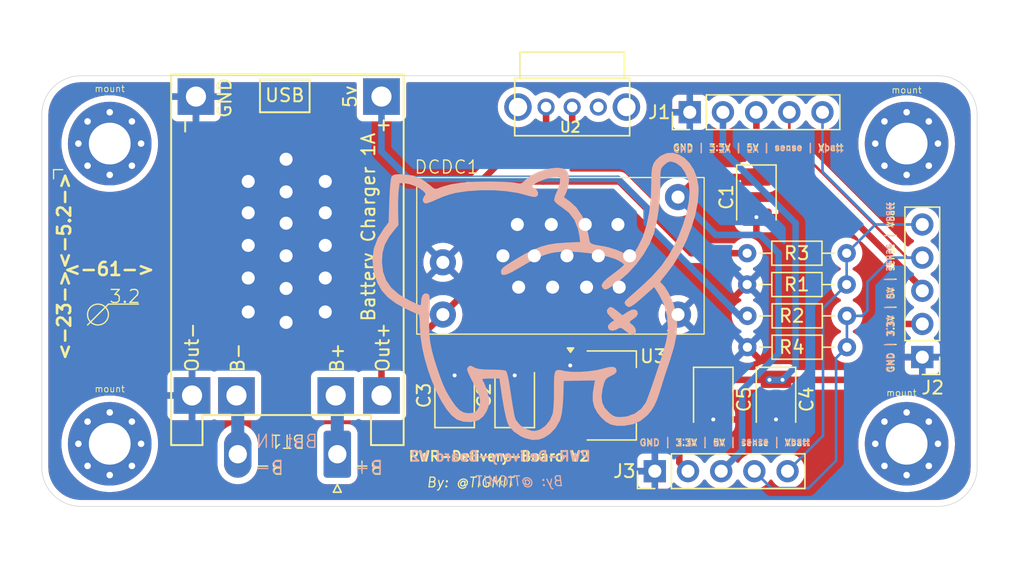
<source format=kicad_pcb>
(kicad_pcb (version 20240706) (generator "pcbnew") (generator_version "8.99")
  (layers (0 "F.Cu" signal) (31 "B.Cu" signal) (34 "B.Paste" user) (35 "F.Paste" user) (36 "B.SilkS" user "B.Silkscreen") (37 "F.SilkS" user "F.Silkscreen") (38 "B.Mask" user) (39 "F.Mask" user) (44 "Edge.Cuts" user))
  (net 0 "")
  (net 1 "Battery+")
  (net 2 "Battery-")
  (net 3 "GND")
  (net 4 "5VOut+")
  (net 5 "Net-(DCDC1-Bin+)")
  (net 6 "3_3VOut+")
  (net 7 "batt_chargesense")
  (net 8 "batt_voltage_Pin")
  (net 9 "Net-(U1-ind)")
  (net 10 "Net-(U1-OUT+)")
  (footprint "Capacitor_Tantalum_SMD:CP_EIA-3528-12_Kemet-T" (layer "F.Cu") (at 158.5 38.1 -90)
    (property "Reference" "C1" (at 0 2.3 90) (layer "F.SilkS"))
    (property "Value" "100uF")
    (fp_line (start -2.46 1.51) (end 1.75 1.51) (stroke (width 0.12)) (layer "F.SilkS"))
    (fp_line (start -2.46 -1.51) (end -2.46 1.51) (stroke (width 0.12)) (layer "F.SilkS"))
    (fp_line (start 1.75 -1.51) (end -2.46 -1.51) (stroke (width 0.12)) (layer "F.SilkS"))
    (pad "1" smd roundrect (at -1.5375 0 270) (size 1.325 2.35) (layers "F.Cu" "F.Paste" "F.Mask") (roundrect_rratio 0.188679) (net 4 "5VOut+"))
    (pad "2" smd roundrect (at 1.5375 0 270) (size 1.325 2.35) (layers "F.Cu" "F.Paste" "F.Mask") (roundrect_rratio 0.188679) (net 3 "GND"))
  )
  (footprint "Capacitor_Tantalum_SMD:CP_EIA-3528-12_Kemet-T" (layer "F.Cu") (at 160 53.6 -90)
    (property "Reference" "C4" (at 0 -2.35 90) (layer "F.SilkS"))
    (property "Value" "22uF")
    (fp_line (start -2.46 1.51) (end 1.75 1.51) (stroke (width 0.12)) (layer "F.SilkS"))
    (fp_line (start -2.46 -1.51) (end -2.46 1.51) (stroke (width 0.12)) (layer "F.SilkS"))
    (fp_line (start 1.75 -1.51) (end -2.46 -1.51) (stroke (width 0.12)) (layer "F.SilkS"))
    (pad "1" smd roundrect (at -1.5375 0 270) (size 1.325 2.35) (layers "F.Cu" "F.Paste" "F.Mask") (roundrect_rratio 0.188679) (net 6 "3_3VOut+"))
    (pad "2" smd roundrect (at 1.5375 0 270) (size 1.325 2.35) (layers "F.Cu" "F.Paste" "F.Mask") (roundrect_rratio 0.188679) (net 3 "GND"))
  )
  (footprint "Capacitor_Tantalum_SMD:CP_EIA-3528-12_Kemet-T" (layer "F.Cu") (at 140 53.3 90)
    (property "Reference" "C2" (at 0 -2.35 90) (layer "F.SilkS"))
    (property "Value" "22uF")
    (fp_line (start 1.75 -1.51) (end -2.46 -1.51) (stroke (width 0.12)) (layer "F.SilkS"))
    (fp_line (start -2.46 -1.51) (end -2.46 1.51) (stroke (width 0.12)) (layer "F.SilkS"))
    (fp_line (start -2.46 1.51) (end 1.75 1.51) (stroke (width 0.12)) (layer "F.SilkS"))
    (pad "1" smd roundrect (at -1.5375 0 90) (size 1.325 2.35) (layers "F.Cu" "F.Paste" "F.Mask") (roundrect_rratio 0.188679) (net 5 "Net-(DCDC1-Bin+)"))
    (pad "2" smd roundrect (at 1.5375 0 90) (size 1.325 2.35) (layers "F.Cu" "F.Paste" "F.Mask") (roundrect_rratio 0.188679) (net 3 "GND"))
  )
  (footprint "tigmitNIGHTLY:R_Axial_DIN0204_L3.6mm_D1.6mm_P7.62mm_Horizontal" (layer "F.Cu") (at 165.41 42.4 180)
    (property "Reference" "R3" (at 3.82 0 0) (layer "F.SilkS"))
    (property "Value" "100k")
    (fp_line (start 6.68 0) (end 5.73 0) (stroke (width 0.12)) (layer "F.SilkS"))
    (fp_line (start 5.73 0.92) (end 5.73 -0.92) (stroke (width 0.12)) (layer "F.SilkS"))
    (fp_line (start 5.73 -0.92) (end 1.89 -0.92) (stroke (width 0.12)) (layer "F.SilkS"))
    (fp_line (start 1.89 0.92) (end 5.73 0.92) (stroke (width 0.12)) (layer "F.SilkS"))
    (fp_line (start 1.89 -0.92) (end 1.89 0.92) (stroke (width 0.12)) (layer "F.SilkS"))
    (fp_line (start 0.94 0) (end 1.89 0) (stroke (width 0.12)) (layer "F.SilkS"))
    (pad "1" thru_hole circle (at 0 0 180) (size 1.4 1.4) (drill 0.7) (layers "*.Cu" "*.Mask") (net 8 "batt_voltage_Pin"))
    (pad "2" thru_hole oval (at 7.62 0 180) (size 1.4 1.4) (drill 0.7) (layers "*.Cu" "*.Mask") (net 5 "Net-(DCDC1-Bin+)"))
  )
  (footprint "tigmitNIGHTLY:R_Axial_DIN0204_L3.6mm_D1.6mm_P7.62mm_Horizontal" (layer "F.Cu") (at 157.81 49.6)
    (property "Reference" "R4" (at 3.4 0 180) (layer "F.SilkS"))
    (property "Value" "10k")
    (fp_line (start 0.94 0) (end 1.89 0) (stroke (width 0.12)) (layer "F.SilkS"))
    (fp_line (start 1.89 -0.92) (end 1.89 0.92) (stroke (width 0.12)) (layer "F.SilkS"))
    (fp_line (start 1.89 0.92) (end 5.73 0.92) (stroke (width 0.12)) (layer "F.SilkS"))
    (fp_line (start 5.73 -0.92) (end 1.89 -0.92) (stroke (width 0.12)) (layer "F.SilkS"))
    (fp_line (start 5.73 0.92) (end 5.73 -0.92) (stroke (width 0.12)) (layer "F.SilkS"))
    (fp_line (start 6.68 0) (end 5.73 0) (stroke (width 0.12)) (layer "F.SilkS"))
    (pad "1" thru_hole circle (at 0 0) (size 1.4 1.4) (drill 0.7) (layers "*.Cu" "*.Mask") (net 3 "GND"))
    (pad "2" thru_hole oval (at 7.62 0) (size 1.4 1.4) (drill 0.7) (layers "*.Cu" "*.Mask") (net 7 "batt_chargesense"))
  )
  (footprint "tigmitNIGHTLY:PinHeader_1x05_P2.54mm_Vertical" (layer "F.Cu") (at 171.2 50.36 180)
    (property "Reference" "J2" (at -0.8 -2.34 0) (layer "F.SilkS"))
    (property "Value" "output2")
    (fp_line (start 1.33 1.27) (end 1.33 11.49) (stroke (width 0.12)) (layer "F.SilkS"))
    (fp_line (start -1.33 11.49) (end 1.33 11.49) (stroke (width 0.12)) (layer "F.SilkS"))
    (fp_line (start -1.33 1.27) (end 1.33 1.27) (stroke (width 0.12)) (layer "F.SilkS"))
    (fp_line (start -1.33 1.27) (end -1.33 11.49) (stroke (width 0.12)) (layer "F.SilkS"))
    (fp_line (start -1.33 0) (end -1.33 -1.33) (stroke (width 0.12)) (layer "F.SilkS"))
    (fp_line (start -1.33 -1.33) (end 0 -1.33) (stroke (width 0.12)) (layer "F.SilkS"))
    (pad "1" thru_hole rect (at 0 0 180) (size 1.7 1.7) (drill 1) (layers "F&B.Cu" "*.Mask") (net 3 "GND"))
    (pad "2" thru_hole oval (at 0 2.54 180) (size 1.7 1.7) (drill 1) (layers "F&B.Cu" "*.Mask") (net 6 "3_3VOut+"))
    (pad "3" thru_hole oval (at 0 5.08 180) (size 1.7 1.7) (drill 1) (layers "F&B.Cu" "*.Mask") (net 4 "5VOut+"))
    (pad "4" thru_hole oval (at 0 7.62 180) (size 1.7 1.7) (drill 1) (layers "F&B.Cu" "*.Mask") (net 7 "batt_chargesense"))
    (pad "5" thru_hole oval (at 0 10.16 180) (size 1.7 1.7) (drill 1) (layers "F&B.Cu" "*.Mask") (net 8 "batt_voltage_Pin"))
  )
  (footprint "Capacitor_Tantalum_SMD:CP_EIA-3528-12_Kemet-T" (layer "F.Cu") (at 135.4 53.3 90)
    (property "Reference" "C3" (at 0 -2.35 90) (layer "F.SilkS"))
    (property "Value" "100uF")
    (fp_line (start 1.75 -1.51) (end -2.46 -1.51) (stroke (width 0.12)) (layer "F.SilkS"))
    (fp_line (start -2.46 -1.51) (end -2.46 1.51) (stroke (width 0.12)) (layer "F.SilkS"))
    (fp_line (start -2.46 1.51) (end 1.75 1.51) (stroke (width 0.12)) (layer "F.SilkS"))
    (pad "1" smd roundrect (at -1.5375 0 90) (size 1.325 2.35) (layers "F.Cu" "F.Paste" "F.Mask") (roundrect_rratio 0.188679) (net 5 "Net-(DCDC1-Bin+)"))
    (pad "2" smd roundrect (at 1.5375 0 90) (size 1.325 2.35) (layers "F.Cu" "F.Paste" "F.Mask") (roundrect_rratio 0.188679) (net 3 "GND"))
  )
  (footprint "tigmitNIGHTLY:TP4056-18650" (layer "F.Cu") (at 131.5 28.7 -90)
    (property "Reference" "U1" (hide yes))
    (property "Value" "~" (hide yes))
    (fp_line (start 0 17.8) (end 0 0) (stroke (width 0.15)) (layer "F.SilkS"))
    (fp_line (start 28.4 17.8) (end 0 17.8) (stroke (width 0.15)) (layer "F.SilkS"))
    (fp_line (start 28.4 15.7) (end 28.4 17.8) (stroke (width 0.15)) (layer "F.SilkS"))
    (fp_line (start 26.1 15.4) (end 26.4 15.4) (stroke (width 0.15)) (layer "F.SilkS"))
    (fp_line (start 26.3 15.4) (end 28.4 15.4) (stroke (width 0.15)) (layer "F.SilkS"))
    (fp_line (start 28.4 15.4) (end 28.4 15.7) (stroke (width 0.15)) (layer "F.SilkS"))
    (fp_line (start 0.4 11) (end 0.4 7.3) (stroke (width 0.15)) (layer "F.SilkS"))
    (fp_line (start 2.9 11) (end 0.4 11) (stroke (width 0.15)) (layer "F.SilkS"))
    (fp_line (start 0.4 7.2) (end 2.9 7.2) (stroke (width 0.15)) (layer "F.SilkS"))
    (fp_line (start 2.9 7.2) (end 2.9 11) (stroke (width 0.15)) (layer "F.SilkS"))
    (fp_line (start 26.1 2.5) (end 26.1 15.4) (stroke (width 0.15)) (layer "F.SilkS"))
    (fp_line (start 28.4 2.5) (end 26.1 2.5) (stroke (width 0.15)) (layer "F.SilkS"))
    (fp_line (start 0 0) (end 26.3 0) (stroke (width 0.15)) (layer "F.SilkS"))
    (fp_line (start 26.3 0) (end 28.4 0) (stroke (width 0.15)) (layer "F.SilkS"))
    (fp_line (start 28.4 0) (end 28.4 2.5) (stroke (width 0.15)) (layer "F.SilkS"))
    (fp_text user "GND" (at 1.8 13.7 90) (layer "F.SilkS"))
    (fp_text user "+" (at 3.9 1.6 90) (layer "F.SilkS"))
    (fp_text user "Out+" (at 20.9 1.6 90) (layer "F.SilkS"))
    (fp_text user "-" (at 4 16.8 90) (layer "F.SilkS"))
    (fp_text user "B+" (at 21.7 5.1 90) (layer "F.SilkS"))
    (fp_text user "B-" (at 21.7 12.7 90) (layer "F.SilkS"))
    (fp_text user "Battery Charger 1A" (at 11.7 2.7 90) (layer "F.SilkS"))
    (fp_text user "5v" (at 1.7 4.1 90) (layer "F.SilkS"))
    (fp_text user "USB" (at 1.6 9.1 0) (layer "F.SilkS"))
    (fp_text user "Out-" (at 20.9 16.2 90) (layer "F.SilkS"))
    (pad "1" thru_hole rect (at 1.7 1.7 270) (size 2.8 2.8) (drill 1.54) (layers "*.Cu" "*.Mask") (net 9 "Net-(U1-ind)"))
    (pad "2" thru_hole rect (at 1.7 15.9 270) (size 2.8 2.8) (drill 1.54) (layers "*.Cu" "*.Mask") (net 3 "GND"))
    (pad "3" thru_hole rect (at 24.6 1.7 270) (size 2.8 2.8) (drill 1.54) (layers "*.Cu" "*.Mask") (net 10 "Net-(U1-OUT+)"))
    (pad "4" thru_hole rect (at 24.6 16.2 270) (size 2.8 2.8) (drill 1.54) (layers "*.Cu" "*.Mask") (net 3 "GND"))
    (pad "5" thru_hole rect (at 24.6 5.2 270) (size 2.8 2.8) (drill 1.54) (layers "*.Cu" "*.Mask") (net 1 "Battery+"))
    (pad "6" thru_hole rect (at 24.6 12.8 270) (size 2.8 2.8) (drill 1.54) (layers "*.Cu" "*.Mask") (net 2 "Battery-"))
  )
  (footprint "tigmitNIGHTLY:R_Axial_DIN0204_L3.6mm_D1.6mm_P7.62mm_Horizontal" (layer "F.Cu") (at 157.81 47.2)
    (property "Reference" "R2" (at 3.4 0 180) (layer "F.SilkS"))
    (property "Value" "4k7")
    (fp_line (start 0.94 0) (end 1.89 0) (stroke (width 0.12)) (layer "F.SilkS"))
    (fp_line (start 1.89 -0.92) (end 1.89 0.92) (stroke (width 0.12)) (layer "F.SilkS"))
    (fp_line (start 1.89 0.92) (end 5.73 0.92) (stroke (width 0.12)) (layer "F.SilkS"))
    (fp_line (start 5.73 -0.92) (end 1.89 -0.92) (stroke (width 0.12)) (layer "F.SilkS"))
    (fp_line (start 5.73 0.92) (end 5.73 -0.92) (stroke (width 0.12)) (layer "F.SilkS"))
    (fp_line (start 6.68 0) (end 5.73 0) (stroke (width 0.12)) (layer "F.SilkS"))
    (pad "1" thru_hole circle (at 0 0) (size 1.4 1.4) (drill 0.7) (layers "*.Cu" "*.Mask") (net 9 "Net-(U1-ind)"))
    (pad "2" thru_hole oval (at 7.62 0) (size 1.4 1.4) (drill 0.7) (layers "*.Cu" "*.Mask") (net 7 "batt_chargesense"))
  )
  (footprint "tigmitNIGHTLY:PinHeader_1x05_P2.54mm_Vertical" (layer "F.Cu") (at 153.4 31.6 90)
    (property "Reference" "J1" (at 0 -2.33 180) (layer "F.SilkS"))
    (property "Value" "output1")
    (fp_line (start -1.33 -1.33) (end 0 -1.33) (stroke (width 0.12)) (layer "F.SilkS"))
    (fp_line (start -1.33 0) (end -1.33 -1.33) (stroke (width 0.12)) (layer "F.SilkS"))
    (fp_line (start 1.33 1.27) (end 1.33 11.49) (stroke (width 0.12)) (layer "F.SilkS"))
    (fp_line (start -1.33 1.27) (end 1.33 1.27) (stroke (width 0.12)) (layer "F.SilkS"))
    (fp_line (start -1.33 1.27) (end -1.33 11.49) (stroke (width 0.12)) (layer "F.SilkS"))
    (fp_line (start -1.33 11.49) (end 1.33 11.49) (stroke (width 0.12)) (layer "F.SilkS"))
    (pad "1" thru_hole rect (at 0 0 90) (size 1.7 1.7) (drill 1) (layers "F&B.Cu" "*.Mask") (net 3 "GND"))
    (pad "2" thru_hole oval (at 0 2.54 90) (size 1.7 1.7) (drill 1) (layers "F&B.Cu" "*.Mask") (net 6 "3_3VOut+"))
    (pad "3" thru_hole oval (at 0 5.08 90) (size 1.7 1.7) (drill 1) (layers "F&B.Cu" "*.Mask") (net 4 "5VOut+"))
    (pad "4" thru_hole oval (at 0 7.62 90) (size 1.7 1.7) (drill 1) (layers "F&B.Cu" "*.Mask") (net 7 "batt_chargesense"))
    (pad "5" thru_hole oval (at 0 10.16 90) (size 1.7 1.7) (drill 1) (layers "F&B.Cu" "*.Mask") (net 8 "batt_voltage_Pin"))
  )
  (footprint "Capacitor_Tantalum_SMD:CP_EIA-3528-12_Kemet-T" (layer "F.Cu") (at 155.2 53.6 -90)
    (property "Reference" "C5" (at 0 -2.35 90) (layer "F.SilkS"))
    (property "Value" "100uF")
    (fp_line (start -2.46 1.51) (end 1.75 1.51) (stroke (width 0.12)) (layer "F.SilkS"))
    (fp_line (start -2.46 -1.51) (end -2.46 1.51) (stroke (width 0.12)) (layer "F.SilkS"))
    (fp_line (start 1.75 -1.51) (end -2.46 -1.51) (stroke (width 0.12)) (layer "F.SilkS"))
    (pad "1" smd roundrect (at -1.5375 0 270) (size 1.325 2.35) (layers "F.Cu" "F.Paste" "F.Mask") (roundrect_rratio 0.188679) (net 6 "3_3VOut+"))
    (pad "2" smd roundrect (at 1.5375 0 270) (size 1.325 2.35) (layers "F.Cu" "F.Paste" "F.Mask") (roundrect_rratio 0.188679) (net 3 "GND"))
  )
  (footprint "tigmitNIGHTLY:R_Axial_DIN0204_L3.6mm_D1.6mm_P7.62mm_Horizontal" (layer "F.Cu") (at 157.79 44.8)
    (property "Reference" "R1" (at 3.8 0 180) (layer "F.SilkS"))
    (property "Value" "100k")
    (fp_line (start 0.94 0) (end 1.89 0) (stroke (width 0.12)) (layer "F.SilkS"))
    (fp_line (start 1.89 -0.92) (end 1.89 0.92) (stroke (width 0.12)) (layer "F.SilkS"))
    (fp_line (start 1.89 0.92) (end 5.73 0.92) (stroke (width 0.12)) (layer "F.SilkS"))
    (fp_line (start 5.73 -0.92) (end 1.89 -0.92) (stroke (width 0.12)) (layer "F.SilkS"))
    (fp_line (start 5.73 0.92) (end 5.73 -0.92) (stroke (width 0.12)) (layer "F.SilkS"))
    (fp_line (start 6.68 0) (end 5.73 0) (stroke (width 0.12)) (layer "F.SilkS"))
    (pad "1" thru_hole circle (at 0 0) (size 1.4 1.4) (drill 0.7) (layers "*.Cu" "*.Mask") (net 3 "GND"))
    (pad "2" thru_hole oval (at 7.62 0) (size 1.4 1.4) (drill 0.7) (layers "*.Cu" "*.Mask") (net 8 "batt_voltage_Pin"))
  )
  (footprint "tigmitNIGHTLY:battery solder pins" (layer "F.Cu") (at 122.99 57.8 180)
    (property "Reference" "BT1" (at 0.39 1 180) (layer "F.SilkS") (effects (font (thickness 0.1))))
    (property "Value" "Battery_Cell" (hide yes))
    (fp_line (start -3.13 -2.91) (end -3.43 -2.31) (stroke (width 0.12)) (layer "F.SilkS"))
    (fp_line (start -3.43 -2.31) (end -3.73 -2.91) (stroke (width 0.12)) (layer "F.SilkS"))
    (fp_line (start -3.73 -2.91) (end -3.13 -2.91) (stroke (width 0.12)) (layer "F.SilkS"))
    (fp_text user "B+" (at -7 -0.4 180) (layer "F.SilkS") (effects (font (thickness 0.1)) (justify left bottom)))
    (fp_text user "B-" (at 0.59 -0.4 180) (layer "F.SilkS") (effects (font (thickness 0.1)) (justify left bottom)))
    (pad "1" thru_hole roundrect (at -3.43 0 180) (size 2.1 3.6) (drill 1.4) (layers "*.Cu" "*.Mask") (roundrect_rratio 0.119048) (net 1 "Battery+"))
    (pad "2" thru_hole oval (at 4.19 0 180) (size 2.1 3.6) (drill 1.4) (layers "*.Cu" "*.Mask") (net 2 "Battery-"))
  )
  (footprint "MountingHole:MountingHole_3.2mm_M3_Pad_Via" (layer "F.Cu") (at 109 34)
    (property "Reference" "mount" (at 0 -4.2 0) (layer "F.SilkS") (effects (font (size 0.5 0.5) (thickness 0.0625))))
    (property "Value" "MountingHole_3.2mm_M3_Pad_Via" (hide yes))
    (pad "1" thru_hole circle (at -2.4 0) (size 0.8 0.8) (drill 0.5) (layers "*.Cu" "*.Mask"))
    (pad "1" thru_hole circle (at -1.697056 -1.697056) (size 0.8 0.8) (drill 0.5) (layers "*.Cu" "*.Mask"))
    (pad "1" thru_hole circle (at -1.697056 1.697056) (size 0.8 0.8) (drill 0.5) (layers "*.Cu" "*.Mask"))
    (pad "1" thru_hole circle (at 0 -2.4) (size 0.8 0.8) (drill 0.5) (layers "*.Cu" "*.Mask"))
    (pad "1" thru_hole circle (at 0 0) (size 6.4 6.4) (drill 3.2) (layers "*.Cu" "*.Mask"))
    (pad "1" thru_hole circle (at 0 2.4) (size 0.8 0.8) (drill 0.5) (layers "*.Cu" "*.Mask"))
    (pad "1" thru_hole circle (at 1.697056 -1.697056) (size 0.8 0.8) (drill 0.5) (layers "*.Cu" "*.Mask"))
    (pad "1" thru_hole circle (at 1.697056 1.697056) (size 0.8 0.8) (drill 0.5) (layers "*.Cu" "*.Mask"))
    (pad "1" thru_hole circle (at 2.4 0) (size 0.8 0.8) (drill 0.5) (layers "*.Cu" "*.Mask"))
  )
  (footprint "MountingHole:MountingHole_3.2mm_M3_Pad_Via" (layer "F.Cu") (at 170 57)
    (property "Reference" "mount" (at -0.4 -3.9 0) (layer "F.SilkS") (effects (font (size 0.5 0.5) (thickness 0.0625))))
    (property "Value" "MountingHole_3.2mm_M3_Pad_Via" (hide yes))
    (pad "1" thru_hole circle (at -2.4 0) (size 0.8 0.8) (drill 0.5) (layers "*.Cu" "*.Mask"))
    (pad "1" thru_hole circle (at -1.697056 -1.697056) (size 0.8 0.8) (drill 0.5) (layers "*.Cu" "*.Mask"))
    (pad "1" thru_hole circle (at -1.697056 1.697056) (size 0.8 0.8) (drill 0.5) (layers "*.Cu" "*.Mask"))
    (pad "1" thru_hole circle (at 0 -2.4) (size 0.8 0.8) (drill 0.5) (layers "*.Cu" "*.Mask"))
    (pad "1" thru_hole circle (at 0 0) (size 6.4 6.4) (drill 3.2) (layers "*.Cu" "*.Mask"))
    (pad "1" thru_hole circle (at 0 2.4) (size 0.8 0.8) (drill 0.5) (layers "*.Cu" "*.Mask"))
    (pad "1" thru_hole circle (at 1.697056 -1.697056) (size 0.8 0.8) (drill 0.5) (layers "*.Cu" "*.Mask"))
    (pad "1" thru_hole circle (at 1.697056 1.697056) (size 0.8 0.8) (drill 0.5) (layers "*.Cu" "*.Mask"))
    (pad "1" thru_hole circle (at 2.4 0) (size 0.8 0.8) (drill 0.5) (layers "*.Cu" "*.Mask"))
  )
  (footprint "MountingHole:MountingHole_3.2mm_M3_Pad_Via" (layer "F.Cu") (at 170 34)
    (property "Reference" "mount" (at 0 -4.1 0) (layer "F.SilkS") (effects (font (size 0.5 0.5) (thickness 0.0625))))
    (property "Value" "MountingHole_3.2mm_M3_Pad_Via" (hide yes))
    (pad "1" thru_hole circle (at -2.4 0) (size 0.8 0.8) (drill 0.5) (layers "*.Cu" "*.Mask"))
    (pad "1" thru_hole circle (at -1.697056 -1.697056) (size 0.8 0.8) (drill 0.5) (layers "*.Cu" "*.Mask"))
    (pad "1" thru_hole circle (at -1.697056 1.697056) (size 0.8 0.8) (drill 0.5) (layers "*.Cu" "*.Mask"))
    (pad "1" thru_hole circle (at 0 -2.4) (size 0.8 0.8) (drill 0.5) (layers "*.Cu" "*.Mask"))
    (pad "1" thru_hole circle (at 0 0) (size 6.4 6.4) (drill 3.2) (layers "*.Cu" "*.Mask"))
    (pad "1" thru_hole circle (at 0 2.4) (size 0.8 0.8) (drill 0.5) (layers "*.Cu" "*.Mask"))
    (pad "1" thru_hole circle (at 1.697056 -1.697056) (size 0.8 0.8) (drill 0.5) (layers "*.Cu" "*.Mask"))
    (pad "1" thru_hole circle (at 1.697056 1.697056) (size 0.8 0.8) (drill 0.5) (layers "*.Cu" "*.Mask"))
    (pad "1" thru_hole circle (at 2.4 0) (size 0.8 0.8) (drill 0.5) (layers "*.Cu" "*.Mask"))
  )
  (footprint "tigmitNIGHTLY:DCDC-Converter" (layer "F.Cu") (at 143.5 42.6)
    (property "Reference" "DCDC1" (at -8.7 -6.8 0) (layer "F.SilkS") (effects (font (thickness 0.1))))
    (property "Value" "~")
    (fp_rect (start -11 -6) (end 11 6) (stroke (width 0.1)) (fill none) (layer "F.SilkS"))
    (pad "1" thru_hole circle (at -9 0.5) (size 2 2) (drill 1) (layers "*.Cu" "*.Mask") (net 3 "GND"))
    (pad "2" thru_hole circle (at -9 4.5) (size 2 2) (drill 1) (layers "*.Cu" "*.Mask") (net 5 "Net-(DCDC1-Bin+)"))
    (pad "3" thru_hole circle (at 9 -4.5) (size 2 2) (drill 1) (layers "*.Cu" "*.Mask") (net 4 "5VOut+"))
    (pad "4" thru_hole circle (at 9 4.5) (size 2 2) (drill 1) (layers "*.Cu" "*.Mask") (net 3 "GND"))
  )
  (footprint "tigmitNIGHTLY:PinHeader_1x05_P2.54mm_Vertical" (layer "F.Cu") (at 150.725 59.1 90)
    (property "Reference" "J3" (at 0 -2.33 0) (layer "F.SilkS"))
    (property "Value" "output3")
    (fp_line (start -1.33 -1.33) (end 0 -1.33) (stroke (width 0.12)) (layer "F.SilkS"))
    (fp_line (start -1.33 0) (end -1.33 -1.33) (stroke (width 0.12)) (layer "F.SilkS"))
    (fp_line (start 1.33 1.27) (end 1.33 11.49) (stroke (width 0.12)) (layer "F.SilkS"))
    (fp_line (start -1.33 1.27) (end 1.33 1.27) (stroke (width 0.12)) (layer "F.SilkS"))
    (fp_line (start -1.33 1.27) (end -1.33 11.49) (stroke (width 0.12)) (layer "F.SilkS"))
    (fp_line (start -1.33 11.49) (end 1.33 11.49) (stroke (width 0.12)) (layer "F.SilkS"))
    (pad "1" thru_hole rect (at 0 0 90) (size 1.7 1.7) (drill 1) (layers "F&B.Cu" "*.Mask") (net 3 "GND"))
    (pad "2" thru_hole oval (at 0 2.54 90) (size 1.7 1.7) (drill 1) (layers "F&B.Cu" "*.Mask") (net 6 "3_3VOut+"))
    (pad "3" thru_hole oval (at 0 5.08 90) (size 1.7 1.7) (drill 1) (layers "F&B.Cu" "*.Mask") (net 4 "5VOut+"))
    (pad "4" thru_hole oval (at 0 7.62 90) (size 1.7 1.7) (drill 1) (layers "F&B.Cu" "*.Mask") (net 7 "batt_chargesense"))
    (pad "5" thru_hole oval (at 0 10.16 90) (size 1.7 1.7) (drill 1) (layers "F&B.Cu" "*.Mask") (net 8 "batt_voltage_Pin"))
  )
  (footprint "Package_TO_SOT_SMD:SOT-223-3_TabPin2" (layer "F.Cu") (at 147.4 53.3)
    (property "Reference" "U3" (at 3.2 -3 0) (layer "F.SilkS"))
    (property "Value" "AMS1117-3.3")
    (fp_line (start -1.85 -3.41) (end 1.91 -3.41) (stroke (width 0.12)) (layer "F.SilkS"))
    (fp_line (start -1.85 3.41) (end 1.91 3.41) (stroke (width 0.12)) (layer "F.SilkS"))
    (fp_line (start 1.91 -3.41) (end 1.91 -2.15) (stroke (width 0.12)) (layer "F.SilkS"))
    (fp_line (start 1.91 3.41) (end 1.91 2.15) (stroke (width 0.12)) (layer "F.SilkS"))
    (fp_poly (pts (xy -3.13 -3.31) (xy -3.37 -3.64) (xy -2.89 -3.64) (xy -3.13 -3.31)) (stroke (width 0.12)) (fill solid) (layer "F.SilkS"))
    (pad "1" smd roundrect (at -3.15 -2.3) (size 2 1.5) (layers "F.Cu" "F.Paste" "F.Mask") (net 3 "GND"))
    (pad "2" smd roundrect (at -3.15 0) (size 2 1.5) (layers "F.Cu" "F.Paste" "F.Mask") (net 6 "3_3VOut+"))
    (pad "2" smd roundrect (at 3.15 0) (size 2 3.8) (layers "F.Cu" "F.Paste" "F.Mask") (net 6 "3_3VOut+"))
    (pad "3" smd roundrect (at -3.15 2.3) (size 2 1.5) (layers "F.Cu" "F.Paste" "F.Mask") (net 5 "Net-(DCDC1-Bin+)"))
  )
  (footprint "tigmitNIGHTLY:SK12D07VG4" (layer "F.Cu") (at 144.4 31.2 180)
    (property "Reference" "U2" (at 0.150777 -1.547045 0) (layer "F.SilkS") (effects (font (size 0.787402 0.787402))))
    (property "Value" "SK12D07VG4")
    (fp_line (start 4.4 2.2) (end 4 2.2) (stroke (width 0.127)) (layer "F.SilkS"))
    (fp_line (start 4.4 -2.2) (end 4.4 2.2) (stroke (width 0.127)) (layer "F.SilkS"))
    (fp_line (start 4 4.2) (end 4 2.2) (stroke (width 0.127)) (layer "F.SilkS"))
    (fp_line (start 4 2.2) (end -4 2.2) (stroke (width 0.127)) (layer "F.SilkS"))
    (fp_line (start -4 4.2) (end 4 4.2) (stroke (width 0.127)) (layer "F.SilkS"))
    (fp_line (start -4 2.2) (end -4 4.2) (stroke (width 0.127)) (layer "F.SilkS"))
    (fp_line (start -4 2.2) (end -4.4 2.2) (stroke (width 0.127)) (layer "F.SilkS"))
    (fp_line (start -4.4 2.2) (end -4.4 -2.2) (stroke (width 0.127)) (layer "F.SilkS"))
    (fp_line (start -4.4 -2.2) (end 4.4 -2.2) (stroke (width 0.127)) (layer "F.SilkS"))
    (pad "1" thru_hole circle (at -2 0 180) (size 1.308 1.308) (drill 0.8) (layers "*.Cu" "*.Mask"))
    (pad "2" thru_hole circle (at 2 0 180) (size 1.308 1.308) (drill 0.8) (layers "*.Cu" "*.Mask") (net 10 "Net-(U1-OUT+)"))
    (pad "COM" thru_hole circle (at 0 0 180) (size 1.308 1.308) (drill 0.8) (layers "*.Cu" "*.Mask") (net 5 "Net-(DCDC1-Bin+)"))
    (pad "M1" thru_hole circle (at -4.15 0 180) (size 2.1 2.1) (drill 1.4) (layers "*.Cu" "*.Mask"))
    (pad "M2" thru_hole circle (at 4.15 0 180) (size 2.1 2.1) (drill 1.4) (layers "*.Cu" "*.Mask"))
  )
  (footprint "MountingHole:MountingHole_3.2mm_M3_Pad_Via" (layer "F.Cu") (at 109 57)
    (property "Reference" "mount" (at 0 -4.2 0) (layer "F.SilkS") (effects (font (size 0.5 0.5) (thickness 0.0625))))
    (property "Value" "MountingHole_3.2mm_M3_Pad_Via" (hide yes))
    (pad "1" thru_hole circle (at -2.4 0) (size 0.8 0.8) (drill 0.5) (layers "*.Cu" "*.Mask"))
    (pad "1" thru_hole circle (at -1.697056 -1.697056) (size 0.8 0.8) (drill 0.5) (layers "*.Cu" "*.Mask"))
    (pad "1" thru_hole circle (at -1.697056 1.697056) (size 0.8 0.8) (drill 0.5) (layers "*.Cu" "*.Mask"))
    (pad "1" thru_hole circle (at 0 -2.4) (size 0.8 0.8) (drill 0.5) (layers "*.Cu" "*.Mask"))
    (pad "1" thru_hole circle (at 0 0) (size 6.4 6.4) (drill 3.2) (layers "*.Cu" "*.Mask"))
    (pad "1" thru_hole circle (at 0 2.4) (size 0.8 0.8) (drill 0.5) (layers "*.Cu" "*.Mask"))
    (pad "1" thru_hole circle (at 1.697056 -1.697056) (size 0.8 0.8) (drill 0.5) (layers "*.Cu" "*.Mask"))
    (pad "1" thru_hole circle (at 1.697056 1.697056) (size 0.8 0.8) (drill 0.5) (layers "*.Cu" "*.Mask"))
    (pad "1" thru_hole circle (at 2.4 0) (size 0.8 0.8) (drill 0.5) (layers "*.Cu" "*.Mask"))
  )
  (footprint "tigmitNIGHTLY:NekoPowerModImmage" (layer "B.Cu") (at 141.6 45.7 180)
    (property "Reference" "REF**" (hide yes))
    (property "Value" "LOGO" (hide yes))
    (fp_poly (pts (xy -5.637585 -0.84729) (xy -5.627793 -0.853206) (xy -5.457173 -1.042435) (xy -5.478426 -1.273109) (xy -5.691342 -1.543384) (xy -5.708587 -1.559341) (xy -6.016541 -1.840615) (xy -5.758827 -2.009475) (xy -5.557423 -2.218551) (xy -5.531758 -2.393625) (xy -5.639012 -2.577643) (xy -5.857339 -2.643507) (xy -6.134175 -2.582562) (xy -6.260553 -2.51362) (xy -6.417774 -2.425603) (xy -6.546719 -2.426007) (xy -6.714942 -2.530409) (xy -6.867989 -2.653701) (xy -7.212553 -2.886392) (xy -7.474866 -2.951244) (xy -7.613436 -2.887855) (xy -7.685909 -2.693591) (xy -7.633062 -2.449901) (xy -7.476512 -2.238433) (xy -7.432945 -2.206064) (xy -7.23444 -2.049321) (xy -7.216904 -1.92865) (xy -7.38109 -1.800806) (xy -7.440567 -1.768014) (xy -7.707469 -1.566189) (xy -7.828005 -1.343418) (xy -7.782156 -1.138442) (xy -7.772297 -1.125877) (xy -7.589784 -1.005622) (xy -7.343745 -1.033253) (xy -7.005824 -1.212275) (xy -6.989921 -1.222683) (xy -6.645348 -1.449522) (xy -6.218491 -1.099779) (xy -5.949628 -0.898238) (xy -5.771121 -0.820389)) (fill solid) (layer "B.SilkS"))
    (fp_poly (pts (xy -10.033778 10.967241) (xy -9.588378 10.770051) (xy -9.450525 10.666139) (xy -9.202711 10.430619) (xy -9.031822 10.184921) (xy -8.925036 9.886876) (xy -8.869522 9.494322) (xy -8.852453 8.96509) (xy -8.853539 8.703608) (xy -8.818468 7.538833) (xy -8.692807 6.43634) (xy -8.482985 5.42719) (xy -8.195416 4.542458) (xy -7.845398 3.827763) (xy -7.619611 3.456814) (xy -7.455274 3.23241) (xy -7.304308 3.13747) (xy -7.118641 3.154909) (xy -6.850195 3.267646) (xy -6.603342 3.386434) (xy -6.107533 3.588978) (xy -5.564308 3.757017) (xy -5.188165 3.838804) (xy -4.729918 3.91394) (xy -4.429384 3.97766) (xy -4.250249 4.052029) (xy -4.156191 4.159108) (xy -4.110895 4.320957) (xy -4.084794 4.509026) (xy -3.893463 5.383446) (xy -3.568529 6.156597) (xy -3.122846 6.804332) (xy -2.61365 7.271298) (xy -2.17732 7.584647) (xy -2.366343 8.001044) (xy -2.504501 8.427237) (xy -2.55876 8.872448) (xy -2.529247 9.277175) (xy -2.416091 9.581926) (xy -2.362791 9.648063) (xy -2.085406 9.797551) (xy -1.684808 9.848472) (xy -1.202115 9.810732) (xy -0.678439 9.694233) (xy -0.154897 9.508881) (xy 0.3274 9.264583) (xy 0.727335 8.97124) (xy 0.819116 8.881498) (xy 1.010283 8.700474) (xy 1.173996 8.63672) (xy 1.402976 8.664332) (xy 1.508263 8.688982) (xy 1.743198 8.722411) (xy 2.132663 8.751661) (xy 2.634303 8.774657) (xy 3.205761 8.789323) (xy 3.642636 8.793576) (xy 4.748546 8.773357) (xy 5.682065 8.704463) (xy 6.462188 8.584466) (xy 7.107912 8.410951) (xy 7.343717 8.321484) (xy 7.557864 8.240311) (xy 7.708028 8.234585) (xy 7.864156 8.323249) (xy 8.096184 8.525244) (xy 8.096214 8.52527) (xy 8.720237 8.981114) (xy 9.390277 9.252435) (xy 10.136326 9.350956) (xy 10.210683 9.35175) (xy 10.588491 9.345453) (xy 10.818739 9.316969) (xy 10.950524 9.253813) (xy 11.032946 9.143501) (xy 11.033465 9.142532) (xy 11.076323 8.971038) (xy 11.118349 8.637671) (xy 11.156378 8.177445) (xy 11.187246 7.625374) (xy 11.199799 7.302159) (xy 11.253646 5.671967) (xy 11.587277 5.234889) (xy 12.083841 4.453355) (xy 12.385783 3.659888) (xy 12.49538 2.844155) (xy 12.414902 1.995824) (xy 12.355896 1.740549) (xy 12.112164 1.025209) (xy 11.771643 0.42527) (xy 11.308762 -0.088163) (xy 10.697952 -0.543977) (xy 9.987995 -0.935015) (xy 9.597901 -1.12099) (xy 9.268728 -1.268556) (xy 9.043423 -1.358991) (xy 8.97162 -1.378296) (xy 8.910032 -1.474763) (xy 8.87302 -1.764779) (xy 8.860468 -2.249256) (xy 8.860466 -2.257905) (xy 8.815834 -3.052285) (xy 8.689277 -3.903392) (xy 8.491803 -4.783504) (xy 8.234417 -5.664903) (xy 7.92813 -6.519866) (xy 7.583948 -7.320674) (xy 7.212877 -8.039604) (xy 6.825927 -8.648939) (xy 6.434105 -9.120957) (xy 6.048418 -9.427935) (xy 6.003772 -9.452008) (xy 5.518446 -9.609099) (xy 4.984676 -9.637581) (xy 4.485455 -9.536636) (xy 4.330247 -9.468492) (xy 4.012133 -9.207413) (xy 3.750468 -8.819495) (xy 3.583773 -8.373975) (xy 3.544187 -8.055701) (xy 3.580603 -7.764923) (xy 3.674474 -7.382551) (xy 3.802727 -6.981345) (xy 3.942294 -6.634071) (xy 4.061582 -6.423837) (xy 4.071817 -6.358078) (xy 3.955488 -6.319628) (xy 3.685107 -6.302834) (xy 3.463824 -6.300775) (xy 2.768654 -6.300775) (xy 2.705214 -6.768411) (xy 2.564271 -7.738146) (xy 2.426842 -8.546668) (xy 2.29476 -9.185068) (xy 2.169864 -9.644443) (xy 2.056891 -9.911261) (xy 1.664368 -10.370263) (xy 1.129933 -10.732047) (xy 0.79307 -10.87675) (xy 0.250516 -11.00735) (xy -0.238223 -10.980588) (xy -0.639922 -10.842683) (xy -1.111166 -10.534469) (xy -1.526602 -10.088698) (xy -1.835848 -9.564644) (xy -1.922408 -9.333965) (xy -2.003868 -8.962574) (xy -2.069457 -8.450404) (xy -2.112596 -7.853357) (xy -2.120697 -7.649925) (xy -2.157559 -6.488613) (xy -3.350591 -6.468531) (xy -4.543624 -6.44845) (xy -4.483054 -6.743797) (xy -4.37485 -7.432136) (xy -4.37081 -7.992215) (xy -4.479821 -8.468077) (xy -4.710761 -8.903774) (xy -4.989167 -9.252892) (xy -5.370061 -9.613649) (xy -5.760367 -9.830848) (xy -6.217383 -9.925847) (xy -6.782339 -9.921169) (xy -7.466743 -9.802387) (xy -8.043185 -9.539962) (xy -8.558124 -9.11241) (xy -8.579289 -9.090319) (xy -8.8533 -8.765233) (xy -9.081658 -8.400467) (xy -9.286346 -7.951519) (xy -9.48934 -7.373881) (xy -9.59224 -7.039147) (xy -9.728342 -6.597427) (xy -9.906975 -6.039616) (xy -10.105491 -5.435413) (xy -10.301255 -4.854533) (xy -10.311703 -4.824031) (xy -10.607862 -3.846924) (xy -10.78129 -2.982929) (xy -10.835658 -2.19418) (xy -10.774634 -1.442819) (xy -10.683247 -0.990477) (xy -10.548923 -0.563224) (xy -10.356979 -0.103523) (xy -10.134989 0.33472) (xy -9.910529 0.697596) (xy -9.711171 0.931192) (xy -9.692687 0.946125) (xy -9.571193 1.064958) (xy -9.549613 1.110372) (xy -9.608901 1.207059) (xy -9.764783 1.40932) (xy -9.984272 1.674478) (xy -9.997686 1.690217) (xy -10.569088 2.452147) (xy -11.091801 3.327429) (xy -11.551736 4.277467) (xy -11.934803 5.263659) (xy -12.226911 6.24741) (xy -12.413967 7.190116) (xy -12.479941 8.028488) (xy -11.784051 8.028488) (xy -11.726977 7.269419) (xy -11.561281 6.42466) (xy -11.296017 5.526717) (xy -10.94023 4.608099) (xy -10.502973 3.701311) (xy -10.184967 3.142869) (xy -9.620957 2.334337) (xy -8.90793 1.527943) (xy -8.171318 0.827835) (xy -7.814629 0.51053) (xy -7.475434 0.208755) (xy -7.205597 -0.031347) (xy -7.112984 -0.11377) (xy -6.886964 -0.335204) (xy -6.807262 -0.492014) (xy -6.860076 -0.634168) (xy -6.943546 -0.727158) (xy -7.056353 -0.809239) (xy -7.187205 -0.82086) (xy -7.36256 -0.747892) (xy -7.608879 -0.576212) (xy -7.952618 -0.291692) (xy -8.255082 -0.026934) (xy -9.077218 0.700915) (xy -9.415416 0.178171) (xy -9.833677 -0.632133) (xy -10.066842 -1.491934) (xy -10.120008 -2.42108) (xy -10.114313 -2.542056) (xy -10.089231 -2.851614) (xy -10.04557 -3.16025) (xy -9.975053 -3.500244) (xy -9.8694 -3.903878) (xy -9.720334 -4.403431) (xy -9.51958 -5.031186) (xy -9.324183 -5.623385) (xy -9.107944 -6.266823) (xy -8.903835 -6.861766) (xy -8.722556 -7.37799) (xy -8.574808 -7.785274) (xy -8.47129 -8.053391) (xy -8.435407 -8.133849) (xy -8.072948 -8.624124) (xy -7.580357 -8.986984) (xy -6.992732 -9.202097) (xy -6.50112 -9.254263) (xy -6.174779 -9.234325) (xy -5.933606 -9.149026) (xy -5.681381 -8.960142) (xy -5.617403 -8.903197) (xy -5.29127 -8.538818) (xy -5.104007 -8.14125) (xy -5.049941 -7.6766) (xy -5.123383 -7.110966) (xy -5.241198 -6.658283) (xy -5.353566 -6.392199) (xy -5.536664 -6.217319) (xy -5.778384 -6.095697) (xy -6.073999 -5.933726) (xy -6.196124 -5.768595) (xy -6.202325 -5.717041) (xy -6.138711 -5.501046) (xy -5.941463 -5.404034) (xy -5.600982 -5.424159) (xy -5.209505 -5.526349) (xy -4.675283 -5.654909) (xy -4.047362 -5.743937) (xy -3.3926 -5.789312) (xy -2.777861 -5.786909) (xy -2.270004 -5.732606) (xy -2.179044 -5.713233) (xy -1.894905 -5.651643) (xy -1.689442 -5.640259) (xy -1.550155 -5.703348) (xy -1.464543 -5.865183) (xy -1.420103 -6.150036) (xy -1.404335 -6.582174) (xy -1.404732 -7.185871) (xy -1.404923 -7.216108) (xy -1.399445 -7.82749) (xy -1.37669 -8.364339) (xy -1.339213 -8.78455) (xy -1.29499 -9.028276) (xy -1.084447 -9.501783) (xy -0.765505 -9.906451) (xy -0.387464 -10.181244) (xy -0.349454 -10.198731) (xy -0.017172 -10.310587) (xy 0.277055 -10.311615) (xy 0.628363 -10.200515) (xy 0.666354 -10.184837) (xy 1.159789 -9.897139) (xy 1.481135 -9.519807) (xy 1.571214 -9.313623) (xy 1.619095 -9.113735) (xy 1.686438 -8.75956) (xy 1.766161 -8.291919) (xy 1.851186 -7.751624) (xy 1.90332 -7.399003) (xy 2.014162 -6.686034) (xy 2.113543 -6.164097) (xy 2.201063 -5.835036) (xy 2.273631 -5.702252) (xy 2.42644 -5.665093) (xy 2.726824 -5.63543) (xy 3.125503 -5.617121) (xy 3.413146 -5.613136) (xy 3.931244 -5.603186) (xy 4.29732 -5.571231) (xy 4.555598 -5.511372) (xy 4.714227 -5.43948) (xy 4.926145 -5.332431) (xy 5.054718 -5.331475) (xy 5.171128 -5.424285) (xy 5.230508 -5.50464) (xy 5.243493 -5.609867) (xy 5.199323 -5.773178) (xy 5.087245 -6.027783) (xy 4.896499 -6.406897) (xy 4.780708 -6.629696) (xy 4.504808 -7.185236) (xy 4.331141 -7.613584) (xy 4.252124 -7.950985) (xy 4.260177 -8.233679) (xy 4.347722 -8.497909) (xy 4.377367 -8.558074) (xy 4.560237 -8.809816) (xy 4.811829 -8.931821) (xy 5.122801 -8.958914) (xy 5.482771 -8.907519) (xy 5.798344 -8.735392) (xy 6.109709 -8.415638) (xy 6.283185 -8.182257) (xy 6.586507 -7.724242) (xy 6.837286 -7.283152) (xy 7.061433 -6.804586) (xy 7.284867 -6.234152) (xy 7.487763 -5.653654) (xy 7.750138 -4.839848) (xy 7.939299 -4.148365) (xy 8.063878 -3.522443) (xy 8.132514 -2.905324) (xy 8.15384 -2.240252) (xy 8.136493 -1.470465) (xy 8.133875 -1.406965) (xy 8.111057 -0.833055) (xy 8.10059 -0.424685) (xy 8.104968 -0.150743) (xy 8.126678 0.019881) (xy 8.168204 0.118298) (xy 8.232039 0.175618) (xy 8.261821 0.192648) (xy 8.478501 0.222564) (xy 8.650404 0.087247) (xy 8.749049 -0.182315) (xy 8.762016 -0.351605) (xy 8.779097 -0.576652) (xy 8.820983 -0.686904) (xy 8.828663 -0.689147) (xy 8.941363 -0.648661) (xy 9.18659 -0.540336) (xy 9.520496 -0.383875) (xy 9.690097 -0.301998) (xy 10.450652 0.139241) (xy 11.028767 0.638897) (xy 11.433619 1.210093) (xy 11.674383 1.865949) (xy 11.760235 2.619582) (xy 11.760616 2.65814) (xy 11.711264 3.354514) (xy 11.539427 3.960085) (xy 11.22218 4.538211) (xy 10.948221 4.903529) (xy 10.501439 5.452056) (xy 10.524305 6.520761) (xy 10.527608 7.028384) (xy 10.517928 7.52638) (xy 10.497239 7.943043) (xy 10.480073 8.126515) (xy 10.412972 8.663566) (xy 10.055129 8.661404) (xy 9.661877 8.597879) (xy 9.214305 8.436058) (xy 8.801114 8.21297) (xy 8.589876 8.049735) (xy 8.445111 7.892732) (xy 8.43973 7.7797) (xy 8.524668 7.669372) (xy 8.637686 7.44894) (xy 8.616174 7.240383) (xy 8.470266 7.113973) (xy 8.443604 7.107411) (xy 8.279882 7.133534) (xy 7.996389 7.231862) (xy 7.647554 7.382833) (xy 7.558689 7.425445) (xy 7.10007 7.622215) (xy 6.591867 7.798589) (xy 6.153101 7.914288) (xy 5.229602 8.053614) (xy 4.238936 8.122293) (xy 3.233835 8.121807) (xy 2.267033 8.053637) (xy 1.39126 7.91927) (xy 0.78614 7.763348) (xy 0.43309 7.664904) (xy 0.138701 7.610149) (xy -0.034542 7.610626) (xy -0.036693 7.611414) (xy -0.178466 7.749196) (xy -0.189713 7.95408) (xy -0.080899 8.155719) (xy 0.059243 8.256419) (xy 0.229242 8.361636) (xy 0.232373 8.467968) (xy 0.203818 8.507554) (xy 0.003846 8.658124) (xy -0.327761 8.820253) (xy -0.729006 8.969817) (xy -1.137884 9.082685) (xy -1.384393 9.125663) (xy -1.870541 9.183239) (xy -1.870542 8.841638) (xy -1.8246 8.554549) (xy -1.707484 8.202581) (xy -1.622408 8.015717) (xy -1.491743 7.709533) (xy -1.423976 7.446049) (xy -1.424207 7.334497) (xy -1.532464 7.179546) (xy -1.760087 6.984446) (xy -1.974775 6.842248) (xy -2.547823 6.402889) (xy -2.967971 5.84721) (xy -3.24111 5.165819) (xy -3.340698 4.665277) (xy -3.409106 4.161949) (xy -2.221414 4.107288) (xy -1.560117 4.056614) (xy -0.965908 3.959961) (xy -0.397976 3.802567) (xy 0.184498 3.569669) (xy 0.822323 3.246508) (xy 1.556318 2.818322) (xy 1.857934 2.631887) (xy 2.232914 2.391376) (xy 2.468719 2.218335) (xy 2.596846 2.082036) (xy 2.64878 1.951751) (xy 2.656632 1.852565) (xy 2.60912 1.678304) (xy 2.455 1.621824) (xy 2.18324 1.68559) (xy 1.78281 1.872076) (xy 1.280831 2.160498) (xy 0.55904 2.582833) (xy -0.048059 2.898918) (xy -0.579174 3.125951) (xy -1.073017 3.281122) (xy -1.407067 3.354322) (xy -1.955322 3.412717) (xy -2.626045 3.418392) (xy -3.369527 3.377189) (xy -4.136071 3.294956) (xy -4.875969 3.177537) (xy -5.539515 3.030777) (xy -6.077011 2.860524) (xy -6.250737 2.784634) (xy -6.530829 2.629869) (xy -6.715978 2.493772) (xy -6.764439 2.415543) (xy -6.676306 2.317342) (xy -6.463559 2.134389) (xy -6.161859 1.896307) (xy -5.930654 1.722868) (xy -5.492837 1.385397) (xy -5.211318 1.125526) (xy -5.071732 0.922654) (xy -5.059722 0.756172) (xy -5.15558 0.610755) (xy -5.256409 0.535713) (xy -5.376076 0.521975) (xy -5.544027 0.58294) (xy -5.789705 0.732014) (xy -6.142557 0.982601) (xy -6.411744 1.182603) (xy -7.076682 1.759271) (xy -7.707149 2.452843) (xy -8.267892 3.214875) (xy -8.723652 3.996927) (xy -9.039172 4.750557) (xy -9.062118 4.824031) (xy -9.25743 5.620677) (xy -9.409299 6.545256) (xy -9.509233 7.531927) (xy -9.548733 8.51485) (xy -9.549033 8.597302) (xy -9.550836 9.092754) (xy -9.561134 9.432652) (xy -9.588139 9.658333) (xy -9.640058 9.811143) (xy -9.725101 9.932425) (xy -9.837388 10.049433) (xy -10.089597 10.258587) (xy -10.324757 10.324437) (xy -10.612329 10.256232) (xy -10.793324 10.176725) (xy -11.132811 9.91659) (xy -11.425467 9.498079) (xy -11.648431 8.958241) (xy -11.723459 8.669359) (xy -11.784051 8.028488) (xy -12.479941 8.028488) (xy -12.481885 8.05318) (xy -12.465979 8.451693) (xy -12.341491 9.118675) (xy -12.107081 9.709259) (xy -11.784111 10.207761) (xy -11.393935 10.598496) (xy -10.957915 10.865777) (xy -10.49741 10.99392)) (fill solid) (layer "B.SilkS"))
  )
  (gr_line (start 104.7 36.7) (end 104.7 36) (stroke (width 0.1)) (layer "F.SilkS"))
  (gr_line (start 108.9 46.3) (end 111.2 46.3) (stroke (width 0.1)) (layer "F.SilkS"))
  (gr_line (start 107.3 47.9) (end 108.9 46.3) (stroke (width 0.1)) (layer "F.SilkS"))
  (gr_line (start 104.7 36) (end 105.4 36) (stroke (width 0.1)) (layer "F.SilkS"))
  (gr_circle (center 108.1 47.1) (end 108.9 47.1) (stroke (width 0.1)) (fill none) (layer "F.SilkS"))
  (gr_arc (start 172.4 28.8) (mid 174.52132 29.67868) (end 175.4 31.8) (stroke (width 0.05)) (layer "Edge.Cuts"))
  (gr_line (start 103.8 31.8) (end 103.8 58.8) (stroke (width 0.05)) (layer "Edge.Cuts"))
  (gr_line (start 106.8 28.8) (end 172.4 28.8) (stroke (width 0.05)) (layer "Edge.Cuts"))
  (gr_line (start 175.4 31.8) (end 175.4 58.8) (stroke (width 0.05)) (layer "Edge.Cuts"))
  (gr_line (start 106.8 61.8) (end 172.4 61.8) (stroke (width 0.05)) (layer "Edge.Cuts"))
  (gr_arc (start 103.8 31.8) (mid 104.67868 29.67868) (end 106.8 28.8) (stroke (width 0.05)) (layer "Edge.Cuts"))
  (gr_arc (start 175.4 58.8) (mid 174.52132 60.92132) (end 172.4 61.8) (stroke (width 0.05)) (layer "Edge.Cuts"))
  (gr_arc (start 106.8 61.8) (mid 104.67868 60.92132) (end 103.8 58.8) (stroke (width 0.05)) (layer "Edge.Cuts"))
  (gr_text "B+" (at 130 59.4 0) (layer "B.SilkS") (effects (font (size 1 1) (thickness 0.1)) (justify left bottom mirror)))
  (gr_text "GND | 3.3V | 5V | sense | Vbatt" (at 149.5 56.6 180) (layer "B.SilkS") (effects (font (size 0.5 0.5) (thickness 0.1)) (justify left bottom mirror)))
  (gr_text "B-" (at 122.4 59.4 0) (layer "B.SilkS") (effects (font (size 1 1) (thickness 0.1)) (justify left bottom mirror)))
  (gr_text "By: @TIGMIT" (at 143.8 60.3 0) (layer "B.SilkS") (effects (font (size 0.75 0.75) (thickness 0.09375) (italic yes)) (justify left bottom mirror)))
  (gr_text "Bat IN" (at 125 57.4 0) (layer "B.SilkS") (effects (font (size 1 1) (thickness 0.1)) (justify left bottom mirror)))
  (gr_text "GND | 3.3V | 5V | sense | Vbatt" (at 168.4 51.62 -90) (layer "B.SilkS") (effects (font (size 0.5 0.5) (thickness 0.1)) (justify left bottom mirror)))
  (gr_text "GND | 3.3V | 5V | sense | Vbatt" (at 152.065 34.1 180) (layer "B.SilkS") (effects (font (size 0.5 0.5) (thickness 0.1)) (justify left bottom mirror)))
  (gr_text "PWR-Delivery-Board V2" (at 145.9 58.4 0) (layer "B.SilkS") (effects (font (size 0.75 0.75) (thickness 0.15) (bold yes)) (justify left bottom mirror)))
  (gr_text "By: @TIGMIT" (at 133.2 60.4 0) (layer "F.SilkS") (effects (font (size 0.75 0.75) (thickness 0.09375) (italic yes)) (justify left bottom)))
  (gr_text "GND | 3.3V | 5V | sense | Vbatt" (at 152.065 34.6 0) (layer "F.SilkS") (effects (font (size 0.5 0.5) (thickness 0.1)) (justify left bottom)))
  (gr_text "<-5.2->" (at 106.1 43.7 90) (layer "F.SilkS") (effects (font (size 1 1) (thickness 0.2) (bold yes)) (justify left bottom)))
  (gr_text "GND | 3.3V | 5V | sense | Vbatt" (at 149.5 57.2 0) (layer "F.SilkS") (effects (font (size 0.5 0.5) (thickness 0.1)) (justify left bottom)))
  (gr_text "3.2" (at 108.9 46.3 0) (layer "F.SilkS") (effects (font (size 1 1) (thickness 0.1)) (justify left bottom)))
  (gr_text "GND | 3.3V | 5V | sense | Vbatt" (at 169.1 51.6 90) (layer "F.SilkS") (effects (font (size 0.5 0.5) (thickness 0.1)) (justify left bottom)))
  (gr_text "<-23->" (at 106.1 50.7 90) (layer "F.SilkS") (effects (font (size 1 1) (thickness 0.2) (bold yes)) (justify left bottom)))
  (gr_text "<-61->" (at 105.4 44.2 0) (layer "F.SilkS") (effects (font (size 1 1) (thickness 0.2) (bold yes)) (justify left bottom)))
  (gr_text "PWR-Delivery-Board V2" (at 131.8 58.4 0) (layer "F.SilkS") (effects (font (size 0.75 0.75) (thickness 0.15) (bold yes)) (justify left bottom)))
  (segment (start 126.42 53.42) (end 126.3 53.3) (width 1) (layer "B.Cu") (net 1))
  (segment (start 126.42 57.8) (end 126.42 53.42) (width 1) (layer "B.Cu") (net 1))
  (segment (start 118.8 57.8) (end 118.8 53.4) (width 1) (layer "B.Cu") (net 2))
  (segment (start 118.8 53.4) (end 118.7 53.3) (width 1) (layer "B.Cu") (net 2))
  (via (at 122.5 47.7) (size 2) (drill 1) (layers "F.Cu" "B.Cu") (net 3))
  (via (at 122.5 37.7) (size 2) (drill 1) (layers "F.Cu" "B.Cu") (net 3))
  (via (at 119.6 46.9) (size 2) (drill 1) (layers "F.Cu" "B.Cu") (net 3))
  (via (at 140.2 40.2) (size 2) (drill 1) (layers "F.Cu" "B.Cu") (net 3))
  (via (at 139.1 42.6) (size 2) (drill 1) (layers "F.Cu" "B.Cu") (net 3))
  (via (at 122.5 40.1) (size 2) (drill 1) (layers "F.Cu" "B.Cu") (net 3))
  (via (at 160 55.1375) (size 0.6) (drill 0.3) (layers "F.Cu" "B.Cu") (net 3))
  (via (at 125.5 36.9) (size 2) (drill 1) (layers "F.Cu" "B.Cu") (net 3))
  (via (at 155.2 55.1375) (size 0.6) (drill 0.3) (layers "F.Cu" "B.Cu") (net 3))
  (via (at 140 51.7625) (size 0.6) (drill 0.3) (layers "F.Cu" "B.Cu") (net 3))
  (via (at 122.5 35.2) (size 2) (drill 1) (layers "F.Cu" "B.Cu") (net 3))
  (via (at 141.5 42.6) (size 2) (drill 1) (layers "F.Cu" "B.Cu") (net 3))
  (via (at 146.4 42.6) (size 2) (drill 1) (layers "F.Cu" "B.Cu") (net 3))
  (via (at 142.9 45) (size 2) (drill 1) (layers "F.Cu" "B.Cu") (net 3))
  (via (at 147.9 40.2) (size 2) (drill 1) (layers "F.Cu" "B.Cu") (net 3))
  (via (at 119.6 44.3) (size 2) (drill 1) (layers "F.Cu" "B.Cu") (net 3))
  (via (at 119.6 41.8) (size 2) (drill 1) (layers "F.Cu" "B.Cu") (net 3))
  (via (at 158.5 39.6375) (size 0.6) (drill 0.3) (layers "F.Cu" "B.Cu") (net 3))
  (via (at 148.8 42.6) (size 2) (drill 1) (layers "F.Cu" "B.Cu") (net 3))
  (via (at 119.6 39.3) (size 2) (drill 1) (layers "F.Cu" "B.Cu") (net 3))
  (via (at 145.4 40.2) (size 2) (drill 1) (layers "F.Cu" "B.Cu") (net 3))
  (via (at 119.6 36.9) (size 2) (drill 1) (layers "F.Cu" "B.Cu") (net 3))
  (via (at 125.5 44.3) (size 2) (drill 1) (layers "F.Cu" "B.Cu") (net 3))
  (via (at 144.25 51) (size 0.6) (drill 0.3) (layers "F.Cu" "B.Cu") (net 3))
  (via (at 125.5 41.8) (size 2) (drill 1) (layers "F.Cu" "B.Cu") (net 3))
  (via (at 145.5 45) (size 2) (drill 1) (layers "F.Cu" "B.Cu") (net 3))
  (via (at 135.4 51.7625) (size 0.6) (drill 0.3) (layers "F.Cu" "B.Cu") (net 3))
  (via (at 125.5 39.3) (size 2) (drill 1) (layers "F.Cu" "B.Cu") (net 3))
  (via (at 148 45) (size 2) (drill 1) (layers "F.Cu" "B.Cu") (net 3))
  (via (at 122.5 42.6) (size 2) (drill 1) (layers "F.Cu" "B.Cu") (net 3))
  (via (at 140.3 45) (size 2) (drill 1) (layers "F.Cu" "B.Cu") (net 3))
  (via (at 144 42.6) (size 2) (drill 1) (layers "F.Cu" "B.Cu") (net 3))
  (via (at 122.5 45.1) (size 2) (drill 1) (layers "F.Cu" "B.Cu") (net 3))
  (via (at 125.5 46.9) (size 2) (drill 1) (layers "F.Cu" "B.Cu") (net 3))
  (via (at 142.8 40.2) (size 2) (drill 1) (layers "F.Cu" "B.Cu") (net 3))
  (segment (start 158.5 36.5625) (end 158.5 31.62) (width 0.5) (layer "F.Cu") (net 4))
  (segment (start 158.5 36.5625) (end 162.6625 36.5625) (width 0.5) (layer "F.Cu") (net 4))
  (segment (start 152.5 38.1) (end 154.0375 36.5625) (width 0.5) (layer "F.Cu") (net 4))
  (segment (start 171.2 45.1) (end 171.2 45.28) (width 0.5) (layer "F.Cu") (net 4))
  (segment (start 162.6625 36.5625) (end 171.2 45.1) (width 0.5) (layer "F.Cu") (net 4))
  (segment (start 154.0375 36.5625) (end 158.5 36.5625) (width 0.5) (layer "F.Cu") (net 4))
  (segment (start 158.5 31.62) (end 158.48 31.6) (width 0.5) (layer "F.Cu") (net 4))
  (segment (start 158.8 41) (end 160.2 42.4) (width 0.5) (layer "B.Cu") (net 4))
  (segment (start 152.5 38.1) (end 155.4 41) (width 0.5) (layer "B.Cu") (net 4))
  (segment (start 160.2 50.1) (end 157.4 52.9) (width 0.5) (layer "B.Cu") (net 4))
  (segment (start 157.4 52.9) (end 157.4 57.505) (width 0.5) (layer "B.Cu") (net 4))
  (segment (start 157.4 57.505) (end 155.805 59.1) (width 0.5) (layer "B.Cu") (net 4))
  (segment (start 160.2 42.4) (end 160.2 50.1) (width 0.5) (layer "B.Cu") (net 4))
  (segment (start 155.4 41) (end 158.8 41) (width 0.5) (layer "B.Cu") (net 4))
  (segment (start 142.9 55.6) (end 142.1375 54.8375) (width 0.5) (layer "F.Cu") (net 5))
  (segment (start 144.4 34.7) (end 144.4 31.2) (width 0.5) (layer "F.Cu") (net 5))
  (segment (start 135.4 54.8375) (end 133.4375 54.8375) (width 0.5) (layer "F.Cu") (net 5))
  (segment (start 139.1 36.9) (end 142.2 36.9) (width 0.5) (layer "F.Cu") (net 5))
  (segment (start 133.4375 54.8375) (end 132.9 54.3) (width 0.5) (layer "F.Cu") (net 5))
  (segment (start 132.9 48.7) (end 134.5 47.1) (width 0.5) (layer "F.Cu") (net 5))
  (segment (start 140 54.8375) (end 135.4 54.8375) (width 0.5) (layer "F.Cu") (net 5))
  (segment (start 142.1375 54.8375) (end 140 54.8375) (width 0.5) (layer "F.Cu") (net 5))
  (segment (start 134.5 47.1) (end 137 44.6) (width 0.5) (layer "F.Cu") (net 5))
  (segment (start 144.25 55.6) (end 142.9 55.6) (width 0.5) (layer "F.Cu") (net 5))
  (segment (start 142.2 36.9) (end 148 36.9) (width 0.5) (layer "F.Cu") (net 5))
  (segment (start 148 36.9) (end 153.5 42.4) (width 0.5) (layer "F.Cu") (net 5))
  (segment (start 132.9 54.3) (end 132.9 48.7) (width 0.5) (layer "F.Cu") (net 5))
  (segment (start 142.2 36.9) (end 144.4 34.7) (width 0.5) (layer "F.Cu") (net 5))
  (segment (start 137 39) (end 139.1 36.9) (width 0.5) (layer "F.Cu") (net 5))
  (segment (start 153.5 42.4) (end 157.79 42.4) (width 0.5) (layer "F.Cu") (net 5))
  (segment (start 137 44.6) (end 137 39) (width 0.5) (layer "F.Cu") (net 5))
  (segment (start 151.0875 52.7625) (end 150.55 53.3) (width 0.5) (layer "F.Cu") (net 6))
  (segment (start 152.6 58.435) (end 153.265 59.1) (width 0.5) (layer "F.Cu") (net 6))
  (segment (start 151.1875 52.1) (end 159.5 52.1) (width 0.5) (layer "F.Cu") (net 6))
  (segment (start 167.9 50.8) (end 167.9 48.5) (width 0.5) (layer "F.Cu") (net 6))
  (segment (start 160.5 52.1) (end 166.6 52.1) (width 0.5) (layer "F.Cu") (net 6))
  (segment (start 150.55 53.3) (end 152.6 55.35) (width 0.5) (layer "F.Cu") (net 6))
  (segment (start 152.6 55.35) (end 152.6 58.435) (width 0.5) (layer "F.Cu") (net 6))
  (segment (start 166.6 52.1) (end 167.9 50.8) (width 0.5) (layer "F.Cu") (net 6))
  (segment (start 167.9 48.5) (end 168.58 47.82) (width 0.5) (layer "F.Cu") (net 6))
  (segment (start 150.55 53.3) (end 144.25 53.3) (width 1) (layer "F.Cu") (net 6))
  (segment (start 168.58 47.82) (end 171.2 47.82) (width 0.5) (layer "F.Cu") (net 6))
  (via (at 160.5 52.1) (size 0.6) (drill 0.3) (layers "F.Cu" "B.Cu") (net 6))
  (via (at 159.5 52.1) (size 0.6) (drill 0.3) (layers "F.Cu" "B.Cu") (net 6))
  (segment (start 161.5 51.1) (end 160.5 52.1) (width 0.5) (layer "B.Cu") (net 6))
  (segment (start 160.5 52.1) (end 159.5 52.1) (width 0.5) (layer "B.Cu") (net 6))
  (segment (start 155.94 31.6) (end 155.94 34.54) (width 0.5) (layer "B.Cu") (net 6))
  (segment (start 161.5 40.1) (end 161.5 51.1) (width 0.5) (layer "B.Cu") (net 6))
  (segment (start 155.94 34.54) (end 161.5 40.1) (width 0.5) (layer "B.Cu") (net 6))
  (segment (start 170.04 42.74) (end 171.2 42.74) (width 0.2) (layer "F.Cu") (net 7))
  (segment (start 161.02 33.72) (end 170.04 42.74) (width 0.2) (layer "F.Cu") (net 7))
  (segment (start 161.02 31.6) (end 161.02 33.72) (width 0.2) (layer "F.Cu") (net 7))
  (segment (start 168.86 42.74) (end 171.2 42.74) (width 0.2) (layer "B.Cu") (net 7))
  (segment (start 158.345 59.1) (end 159.645 60.4) (width 0.2) (layer "B.Cu") (net 7))
  (segment (start 166.6 47.2) (end 167 46.8) (width 0.2) (layer "B.Cu") (net 7))
  (segment (start 167 46.8) (end 167 44.6) (width 0.2) (layer "B.Cu") (net 7))
  (segment (start 159.645 60.4) (end 162.5 60.4) (width 0.2) (layer "B.Cu") (net 7))
  (segment (start 167 44.6) (end 168.86 42.74) (width 0.2) (layer "B.Cu") (net 7))
  (segment (start 165.43 47.2) (end 165.43 49.6) (width 0.2) (layer "B.Cu") (net 7))
  (segment (start 164.6 58.3) (end 164.6 50.43) (width 0.2) (layer "B.Cu") (net 7))
  (segment (start 162.5 60.4) (end 164.6 58.3) (width 0.2) (layer "B.Cu") (net 7))
  (segment (start 164.6 50.43) (end 165.43 49.6) (width 0.2) (layer "B.Cu") (net 7))
  (segment (start 165.43 47.2) (end 166.6 47.2) (width 0.2) (layer "B.Cu") (net 7))
  (segment (start 165.41 42.4) (end 165.41 44.8) (width 0.2) (layer "B.Cu") (net 8))
  (segment (start 163.6 56.385) (end 163.6 46.61) (width 0.2) (layer "B.Cu") (net 8))
  (segment (start 163.56 36.15) (end 163.56 31.6) (width 0.2) (layer "B.Cu") (net 8))
  (segment (start 165.41 42.4) (end 167.61 40.2) (width 0.2) (layer "B.Cu") (net 8))
  (segment (start 160.885 59.1) (end 163.6 56.385) (width 0.2) (layer "B.Cu") (net 8))
  (segment (start 167.61 40.2) (end 163.56 36.15) (width 0.2) (layer "B.Cu") (net 8))
  (segment (start 163.6 46.61) (end 165.41 44.8) (width 0.2) (layer "B.Cu") (net 8))
  (segment (start 167.61 40.2) (end 171.2 40.2) (width 0.2) (layer "B.Cu") (net 8))
  (segment (start 150.1 40.1) (end 157.2 47.2) (width 0.5) (layer "B.Cu") (net 9))
  (segment (start 147.9 36.7) (end 150.1 38.9) (width 0.5) (layer "B.Cu") (net 9))
  (segment (start 150.1 38.9) (end 150.1 40.1) (width 0.5) (layer "B.Cu") (net 9))
  (segment (start 131.9 36.7) (end 147.9 36.7) (width 0.5) (layer "B.Cu") (net 9))
  (segment (start 129.8 30.4) (end 129.8 34.6) (width 0.5) (layer "B.Cu") (net 9))
  (segment (start 157.2 47.2) (end 157.81 47.2) (width 0.5) (layer "B.Cu") (net 9))
  (segment (start 129.8 34.6) (end 131.9 36.7) (width 0.5) (layer "B.Cu") (net 9))
  (segment (start 139.1 35.2) (end 140.9 35.2) (width 0.5) (layer "F.Cu") (net 10))
  (segment (start 129.8 44.5) (end 139.1 35.2) (width 0.5) (layer "F.Cu") (net 10))
  (segment (start 129.8 53.3) (end 129.8 44.5) (width 0.5) (layer "F.Cu") (net 10))
  (segment (start 140.9 35.2) (end 142.4 33.7) (width 0.5) (layer "F.Cu") (net 10))
  (segment (start 142.4 33.7) (end 142.4 31.2) (width 0.5) (layer "F.Cu") (net 10))
  (zone (net 3) (net_name "GND") (layers "F&B.Cu") (connect_pads (clearance 0.5)) (min_thickness 0.25) (fill yes (thermal_gap 0.5) (thermal_bridge_width 0.5))
    (polygon (pts (xy 100.6 23) (xy 178.8 23) (xy 179 23.2) (xy 179 65.4) (xy 178.4 66) (xy 101 66) (xy 100.6 65.6)))
  )
)
</source>
